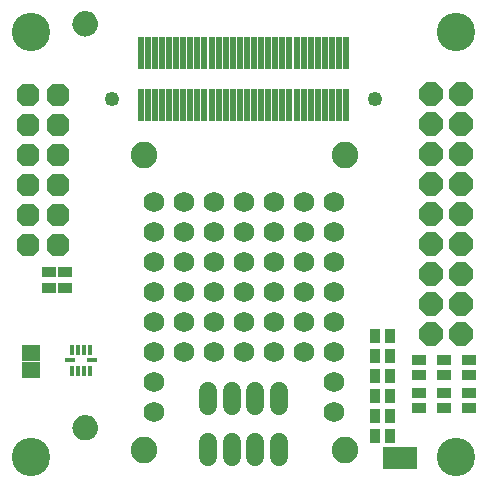
<source format=gts>
G75*
%MOIN*%
%OFA0B0*%
%FSLAX25Y25*%
%IPPOS*%
%LPD*%
%AMOC8*
5,1,8,0,0,1.08239X$1,22.5*
%
%ADD10C,0.08858*%
%ADD11C,0.12795*%
%ADD12C,0.04921*%
%ADD13R,0.01378X0.03445*%
%ADD14R,0.03445X0.01378*%
%ADD15R,0.02362X0.10630*%
%ADD16C,0.06134*%
%ADD17R,0.01984X0.05384*%
%ADD18OC8,0.07584*%
%ADD19C,0.00500*%
%ADD20R,0.04528X0.03740*%
%ADD21R,0.03740X0.04528*%
%ADD22R,0.05584X0.07284*%
%ADD23R,0.00600X0.07200*%
%ADD24OC8,0.07984*%
%ADD25C,0.06921*%
D10*
X0052233Y0015973D03*
X0119162Y0015973D03*
X0119162Y0114398D03*
X0052233Y0114398D03*
D11*
X0014438Y0013611D03*
X0156170Y0013611D03*
X0156170Y0155343D03*
X0014438Y0155343D03*
D12*
X0041603Y0133099D03*
X0129004Y0133099D03*
D13*
X0034170Y0049456D03*
X0032201Y0049456D03*
X0030233Y0049456D03*
X0028264Y0049456D03*
X0028264Y0042270D03*
X0030233Y0042270D03*
X0032201Y0042270D03*
X0034170Y0042270D03*
D14*
X0034810Y0045863D03*
X0027625Y0045863D03*
D15*
X0051052Y0130835D03*
X0053414Y0130835D03*
X0055776Y0130835D03*
X0058138Y0130835D03*
X0060501Y0130835D03*
X0062863Y0130835D03*
X0065225Y0130835D03*
X0067587Y0130835D03*
X0069949Y0130835D03*
X0072312Y0130835D03*
X0074674Y0130835D03*
X0077036Y0130835D03*
X0079398Y0130835D03*
X0081760Y0130835D03*
X0084123Y0130835D03*
X0086485Y0130835D03*
X0088847Y0130835D03*
X0091209Y0130835D03*
X0093571Y0130835D03*
X0095934Y0130835D03*
X0098296Y0130835D03*
X0100658Y0130835D03*
X0103020Y0130835D03*
X0105382Y0130835D03*
X0107745Y0130835D03*
X0110107Y0130835D03*
X0112469Y0130835D03*
X0114831Y0130835D03*
X0117193Y0130835D03*
X0119556Y0130835D03*
X0119556Y0148355D03*
X0117193Y0148355D03*
X0114831Y0148355D03*
X0112469Y0148355D03*
X0110107Y0148355D03*
X0107745Y0148355D03*
X0105382Y0148355D03*
X0103020Y0148355D03*
X0100658Y0148355D03*
X0098296Y0148355D03*
X0095934Y0148355D03*
X0093571Y0148355D03*
X0091209Y0148355D03*
X0088847Y0148355D03*
X0086485Y0148355D03*
X0084123Y0148355D03*
X0081760Y0148355D03*
X0079398Y0148355D03*
X0077036Y0148355D03*
X0074674Y0148355D03*
X0072312Y0148355D03*
X0069949Y0148355D03*
X0067587Y0148355D03*
X0065225Y0148355D03*
X0062863Y0148355D03*
X0060501Y0148355D03*
X0058138Y0148355D03*
X0055776Y0148355D03*
X0053414Y0148355D03*
X0051052Y0148355D03*
D16*
X0073571Y0035684D02*
X0073571Y0030534D01*
X0081445Y0030534D02*
X0081445Y0035684D01*
X0089319Y0035684D02*
X0089319Y0030534D01*
X0097193Y0030534D02*
X0097193Y0035684D01*
X0097193Y0018755D02*
X0097193Y0013605D01*
X0089319Y0013605D02*
X0089319Y0018755D01*
X0081445Y0018755D02*
X0081445Y0013605D01*
X0073571Y0013605D02*
X0073571Y0018755D01*
D17*
X0016650Y0042632D03*
X0014650Y0042632D03*
X0012650Y0042632D03*
X0012650Y0048432D03*
X0014650Y0048432D03*
X0016650Y0048432D03*
D18*
X0013375Y0084477D03*
X0023375Y0084477D03*
X0023375Y0094477D03*
X0023375Y0104477D03*
X0023375Y0114477D03*
X0023375Y0124477D03*
X0023375Y0134477D03*
X0013375Y0134477D03*
X0013375Y0124477D03*
X0013375Y0114477D03*
X0013375Y0104477D03*
X0013375Y0094477D03*
D19*
X0031201Y0154400D02*
X0031864Y0154222D01*
X0032548Y0154162D01*
X0033231Y0154222D01*
X0033894Y0154400D01*
X0034516Y0154690D01*
X0035078Y0155083D01*
X0035564Y0155569D01*
X0035957Y0156131D01*
X0036247Y0156753D01*
X0036425Y0157416D01*
X0036485Y0158099D01*
X0036425Y0158783D01*
X0036247Y0159446D01*
X0035957Y0160068D01*
X0035564Y0160630D01*
X0035078Y0161115D01*
X0034516Y0161509D01*
X0033894Y0161799D01*
X0033231Y0161976D01*
X0032548Y0162036D01*
X0031864Y0161976D01*
X0031201Y0161799D01*
X0030579Y0161509D01*
X0030017Y0161115D01*
X0029532Y0160630D01*
X0029138Y0160068D01*
X0028848Y0159446D01*
X0028671Y0158783D01*
X0028611Y0158099D01*
X0028671Y0157416D01*
X0028848Y0156753D01*
X0029138Y0156131D01*
X0029532Y0155569D01*
X0030017Y0155083D01*
X0030579Y0154690D01*
X0031201Y0154400D01*
X0031407Y0154344D02*
X0033688Y0154344D01*
X0034735Y0154843D02*
X0030360Y0154843D01*
X0029759Y0155341D02*
X0035337Y0155341D01*
X0035754Y0155840D02*
X0029342Y0155840D01*
X0029041Y0156339D02*
X0036054Y0156339D01*
X0036270Y0156837D02*
X0028826Y0156837D01*
X0028692Y0157336D02*
X0036404Y0157336D01*
X0036462Y0157834D02*
X0028634Y0157834D01*
X0028631Y0158333D02*
X0036464Y0158333D01*
X0036412Y0158831D02*
X0028683Y0158831D01*
X0028817Y0159330D02*
X0036278Y0159330D01*
X0036069Y0159828D02*
X0029026Y0159828D01*
X0029319Y0160327D02*
X0035776Y0160327D01*
X0035368Y0160825D02*
X0029727Y0160825D01*
X0030315Y0161324D02*
X0034781Y0161324D01*
X0033807Y0161822D02*
X0031288Y0161822D01*
X0032548Y0027391D02*
X0031864Y0027331D01*
X0031201Y0027153D01*
X0030579Y0026863D01*
X0030017Y0026469D01*
X0029532Y0025984D01*
X0029138Y0025422D01*
X0028848Y0024800D01*
X0028671Y0024137D01*
X0028611Y0023454D01*
X0028671Y0022770D01*
X0028848Y0022107D01*
X0029138Y0021485D01*
X0029532Y0020923D01*
X0030017Y0020438D01*
X0030579Y0020044D01*
X0031201Y0019754D01*
X0031864Y0019576D01*
X0032548Y0019517D01*
X0033231Y0019576D01*
X0033894Y0019754D01*
X0034516Y0020044D01*
X0035078Y0020438D01*
X0035564Y0020923D01*
X0035957Y0021485D01*
X0036247Y0022107D01*
X0036425Y0022770D01*
X0036485Y0023454D01*
X0036425Y0024137D01*
X0036247Y0024800D01*
X0035957Y0025422D01*
X0035564Y0025984D01*
X0035078Y0026469D01*
X0034516Y0026863D01*
X0033894Y0027153D01*
X0033231Y0027331D01*
X0032548Y0027391D01*
X0033629Y0027224D02*
X0031466Y0027224D01*
X0030383Y0026726D02*
X0034713Y0026726D01*
X0035321Y0026227D02*
X0029775Y0026227D01*
X0029353Y0025729D02*
X0035743Y0025729D01*
X0036047Y0025230D02*
X0029049Y0025230D01*
X0028830Y0024732D02*
X0036266Y0024732D01*
X0036399Y0024233D02*
X0028696Y0024233D01*
X0028635Y0023734D02*
X0036460Y0023734D01*
X0036466Y0023236D02*
X0028630Y0023236D01*
X0028679Y0022737D02*
X0036416Y0022737D01*
X0036283Y0022239D02*
X0028813Y0022239D01*
X0029019Y0021740D02*
X0036076Y0021740D01*
X0035787Y0021242D02*
X0029308Y0021242D01*
X0029711Y0020743D02*
X0035384Y0020743D01*
X0034803Y0020245D02*
X0030292Y0020245D01*
X0031229Y0019746D02*
X0033866Y0019746D01*
D20*
X0025855Y0070107D03*
X0025855Y0075225D03*
X0020343Y0075225D03*
X0020343Y0070107D03*
X0143965Y0046091D03*
X0143965Y0040973D03*
X0143965Y0035068D03*
X0143965Y0029950D03*
X0152233Y0029950D03*
X0152233Y0035068D03*
X0152233Y0040973D03*
X0152233Y0046091D03*
X0160501Y0046091D03*
X0160501Y0040973D03*
X0160501Y0035068D03*
X0160501Y0029950D03*
D21*
X0134319Y0027391D03*
X0129201Y0027391D03*
X0129201Y0034083D03*
X0134319Y0034083D03*
X0134319Y0040776D03*
X0129201Y0040776D03*
X0129201Y0047469D03*
X0134319Y0047469D03*
X0134319Y0054162D03*
X0129201Y0054162D03*
X0129201Y0020698D03*
X0134319Y0020698D03*
D22*
X0134666Y0013217D03*
X0140666Y0013217D03*
D23*
X0137666Y0013217D03*
D24*
X0147745Y0054713D03*
X0157745Y0054713D03*
X0157745Y0064713D03*
X0147745Y0064713D03*
X0147745Y0074713D03*
X0157745Y0074713D03*
X0157745Y0084713D03*
X0147745Y0084713D03*
X0147745Y0094713D03*
X0157745Y0094713D03*
X0157745Y0104713D03*
X0147745Y0104713D03*
X0147745Y0114713D03*
X0157745Y0114713D03*
X0157745Y0124713D03*
X0147745Y0124713D03*
X0147745Y0134713D03*
X0157745Y0134713D03*
D25*
X0115382Y0098650D03*
X0105382Y0098650D03*
X0095382Y0098650D03*
X0085382Y0098650D03*
X0075382Y0098650D03*
X0065382Y0098650D03*
X0055382Y0098650D03*
X0055382Y0088650D03*
X0055382Y0078650D03*
X0055382Y0068650D03*
X0055382Y0058650D03*
X0055382Y0048650D03*
X0055382Y0038650D03*
X0055382Y0028650D03*
X0065382Y0048650D03*
X0065382Y0058650D03*
X0065382Y0068650D03*
X0065382Y0078650D03*
X0065382Y0088650D03*
X0075382Y0088650D03*
X0075382Y0078650D03*
X0075382Y0068650D03*
X0075382Y0058650D03*
X0075382Y0048650D03*
X0085382Y0048650D03*
X0085382Y0058650D03*
X0085382Y0068650D03*
X0085382Y0078650D03*
X0085382Y0088650D03*
X0095382Y0088650D03*
X0095382Y0078650D03*
X0095382Y0068650D03*
X0095382Y0058650D03*
X0095382Y0048650D03*
X0105382Y0048650D03*
X0115382Y0048650D03*
X0115382Y0038650D03*
X0115382Y0028650D03*
X0115382Y0058650D03*
X0105382Y0058650D03*
X0105382Y0068650D03*
X0115382Y0068650D03*
X0115382Y0078650D03*
X0105382Y0078650D03*
X0105382Y0088650D03*
X0115382Y0088650D03*
M02*

</source>
